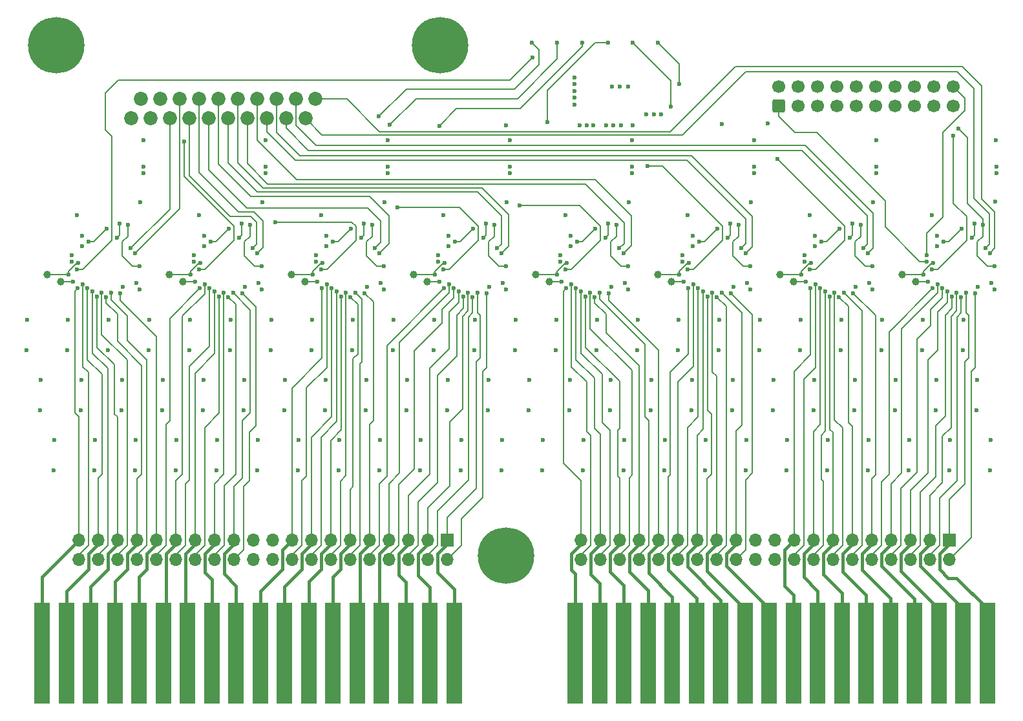
<source format=gbl>
G04 #@! TF.GenerationSoftware,KiCad,Pcbnew,8.0.4-rc2*
G04 #@! TF.CreationDate,2024-08-04T20:31:53-05:00*
G04 #@! TF.ProjectId,backplane_tracer_v5,6261636b-706c-4616-9e65-5f7472616365,rev?*
G04 #@! TF.SameCoordinates,Original*
G04 #@! TF.FileFunction,Copper,L4,Bot*
G04 #@! TF.FilePolarity,Positive*
%FSLAX46Y46*%
G04 Gerber Fmt 4.6, Leading zero omitted, Abs format (unit mm)*
G04 Created by KiCad (PCBNEW 8.0.4-rc2) date 2024-08-04 20:31:53*
%MOMM*%
%LPD*%
G01*
G04 APERTURE LIST*
G04 Aperture macros list*
%AMRoundRect*
0 Rectangle with rounded corners*
0 $1 Rounding radius*
0 $2 $3 $4 $5 $6 $7 $8 $9 X,Y pos of 4 corners*
0 Add a 4 corners polygon primitive as box body*
4,1,4,$2,$3,$4,$5,$6,$7,$8,$9,$2,$3,0*
0 Add four circle primitives for the rounded corners*
1,1,$1+$1,$2,$3*
1,1,$1+$1,$4,$5*
1,1,$1+$1,$6,$7*
1,1,$1+$1,$8,$9*
0 Add four rect primitives between the rounded corners*
20,1,$1+$1,$2,$3,$4,$5,0*
20,1,$1+$1,$4,$5,$6,$7,0*
20,1,$1+$1,$6,$7,$8,$9,0*
20,1,$1+$1,$8,$9,$2,$3,0*%
G04 Aperture macros list end*
G04 #@! TA.AperFunction,ComponentPad*
%ADD10C,0.800000*%
G04 #@! TD*
G04 #@! TA.AperFunction,ComponentPad*
%ADD11C,7.400000*%
G04 #@! TD*
G04 #@! TA.AperFunction,ComponentPad*
%ADD12R,1.700000X1.700000*%
G04 #@! TD*
G04 #@! TA.AperFunction,ComponentPad*
%ADD13O,1.700000X1.700000*%
G04 #@! TD*
G04 #@! TA.AperFunction,ConnectorPad*
%ADD14R,2.032000X13.208000*%
G04 #@! TD*
G04 #@! TA.AperFunction,ComponentPad*
%ADD15C,1.850000*%
G04 #@! TD*
G04 #@! TA.AperFunction,ComponentPad*
%ADD16RoundRect,0.250000X0.600000X-0.600000X0.600000X0.600000X-0.600000X0.600000X-0.600000X-0.600000X0*%
G04 #@! TD*
G04 #@! TA.AperFunction,ComponentPad*
%ADD17C,1.700000*%
G04 #@! TD*
G04 #@! TA.AperFunction,SMDPad,CuDef*
%ADD18C,1.000000*%
G04 #@! TD*
G04 #@! TA.AperFunction,ViaPad*
%ADD19C,0.600000*%
G04 #@! TD*
G04 #@! TA.AperFunction,Conductor*
%ADD20C,0.200000*%
G04 #@! TD*
G04 #@! TA.AperFunction,Conductor*
%ADD21C,0.431800*%
G04 #@! TD*
G04 APERTURE END LIST*
D10*
X150082200Y-141249400D03*
X150894979Y-139287179D03*
X150894979Y-143211621D03*
X152857200Y-138474400D03*
D11*
X152857200Y-141249400D03*
D10*
X152857200Y-144024400D03*
X154819421Y-139287179D03*
X154819421Y-143211621D03*
X155632200Y-141249400D03*
D12*
X153797000Y-206146400D03*
D13*
X153797000Y-208686400D03*
X151257000Y-206146400D03*
X151257000Y-208686400D03*
X148717000Y-206146400D03*
X148717000Y-208686400D03*
X146177000Y-206146400D03*
X146177000Y-208686400D03*
X143637000Y-206146400D03*
X143637000Y-208686400D03*
X141097000Y-206146400D03*
X141097000Y-208686400D03*
X138557000Y-206146400D03*
X138557000Y-208686400D03*
X136017000Y-206146400D03*
X136017000Y-208686400D03*
X133477000Y-206146400D03*
X133477000Y-208686400D03*
X130937000Y-206146400D03*
X130937000Y-208686400D03*
X128397000Y-206146400D03*
X128397000Y-208686400D03*
X125857000Y-206146400D03*
X125857000Y-208686400D03*
X123317000Y-206146400D03*
X123317000Y-208686400D03*
X120777000Y-206146400D03*
X120777000Y-208686400D03*
X118237000Y-206146400D03*
X118237000Y-208686400D03*
X115697000Y-206146400D03*
X115697000Y-208686400D03*
X113157000Y-206146400D03*
X113157000Y-208686400D03*
X110617000Y-206146400D03*
X110617000Y-208686400D03*
X108077000Y-206146400D03*
X108077000Y-208686400D03*
X105537000Y-206146400D03*
X105537000Y-208686400D03*
D14*
X224586800Y-220980000D03*
X221411800Y-220980000D03*
X218236800Y-220980000D03*
X215061800Y-220980000D03*
X211886800Y-220980000D03*
X208711800Y-220980000D03*
X205536800Y-220980000D03*
X202361800Y-220980000D03*
X199186800Y-220980000D03*
X196011800Y-220980000D03*
X192836800Y-220980000D03*
X189661800Y-220980000D03*
X186486800Y-220980000D03*
X183311800Y-220980000D03*
X180136800Y-220980000D03*
X176961800Y-220980000D03*
X173786800Y-220980000D03*
X170611800Y-220980000D03*
X154736800Y-220980000D03*
X151561800Y-220980000D03*
X148386800Y-220980000D03*
X145211800Y-220980000D03*
X142036800Y-220980000D03*
X138861800Y-220980000D03*
X135686800Y-220980000D03*
X132511800Y-220980000D03*
X129336800Y-220980000D03*
X126161800Y-220980000D03*
X122986800Y-220980000D03*
X119811800Y-220980000D03*
X116636800Y-220980000D03*
X113461800Y-220980000D03*
X110286800Y-220980000D03*
X107111800Y-220980000D03*
X103936800Y-220980000D03*
X100761800Y-220980000D03*
D10*
X158743600Y-208153000D03*
X159556379Y-206190779D03*
X159556379Y-210115221D03*
X161518600Y-205378000D03*
D11*
X161518600Y-208153000D03*
D10*
X161518600Y-210928000D03*
X163480821Y-206190779D03*
X163480821Y-210115221D03*
X164293600Y-208153000D03*
X99790200Y-141249400D03*
X100602979Y-139287179D03*
X100602979Y-143211621D03*
X102565200Y-138474400D03*
D11*
X102565200Y-141249400D03*
D10*
X102565200Y-144024400D03*
X104527421Y-139287179D03*
X104527421Y-143211621D03*
X105340200Y-141249400D03*
D12*
X219583000Y-206146400D03*
D13*
X219583000Y-208686400D03*
X217043000Y-206146400D03*
X217043000Y-208686400D03*
X214503000Y-206146400D03*
X214503000Y-208686400D03*
X211963000Y-206146400D03*
X211963000Y-208686400D03*
X209423000Y-206146400D03*
X209423000Y-208686400D03*
X206883000Y-206146400D03*
X206883000Y-208686400D03*
X204343000Y-206146400D03*
X204343000Y-208686400D03*
X201803000Y-206146400D03*
X201803000Y-208686400D03*
X199263000Y-206146400D03*
X199263000Y-208686400D03*
X196723000Y-206146400D03*
X196723000Y-208686400D03*
X194183000Y-206146400D03*
X194183000Y-208686400D03*
X191643000Y-206146400D03*
X191643000Y-208686400D03*
X189103000Y-206146400D03*
X189103000Y-208686400D03*
X186563000Y-206146400D03*
X186563000Y-208686400D03*
X184023000Y-206146400D03*
X184023000Y-208686400D03*
X181483000Y-206146400D03*
X181483000Y-208686400D03*
X178943000Y-206146400D03*
X178943000Y-208686400D03*
X176403000Y-206146400D03*
X176403000Y-208686400D03*
X173863000Y-206146400D03*
X173863000Y-208686400D03*
X171323000Y-206146400D03*
X171323000Y-208686400D03*
D15*
X136525000Y-148336000D03*
X135255000Y-150876000D03*
X133985000Y-148336000D03*
X132715000Y-150876000D03*
X131445000Y-148336000D03*
X130175000Y-150876000D03*
X128905000Y-148336000D03*
X127635000Y-150876000D03*
X126365000Y-148336000D03*
X125095000Y-150876000D03*
X123825000Y-148336000D03*
X122555000Y-150876000D03*
X121285000Y-148336000D03*
X120015000Y-150876000D03*
X118745000Y-148336000D03*
X117475000Y-150876000D03*
X116205000Y-148336000D03*
X114935000Y-150876000D03*
X113665000Y-148336000D03*
X112395000Y-150876000D03*
D16*
X197231000Y-149258300D03*
D17*
X197231000Y-146718300D03*
X199771000Y-149258300D03*
X199771000Y-146718300D03*
X202311000Y-149258300D03*
X202311000Y-146718300D03*
X204851000Y-149258300D03*
X204851000Y-146718300D03*
X207391000Y-149258300D03*
X207391000Y-146718300D03*
X209931000Y-149258300D03*
X209931000Y-146718300D03*
X212471000Y-149258300D03*
X212471000Y-146718300D03*
X215011000Y-149258300D03*
X215011000Y-146718300D03*
X217551000Y-149258300D03*
X217551000Y-146718300D03*
X220091000Y-149258300D03*
X220091000Y-146718300D03*
D18*
X119202200Y-172262800D03*
X133451600Y-171297600D03*
X101447600Y-171297600D03*
X183210200Y-172262800D03*
X167208200Y-172262800D03*
X199212200Y-172262800D03*
X197459600Y-171297600D03*
X215214200Y-172262800D03*
X149453600Y-171297600D03*
X181457600Y-171297600D03*
X135204200Y-172262800D03*
X151206200Y-172262800D03*
X103200200Y-172262800D03*
X165455600Y-171297600D03*
X213461600Y-171297600D03*
X117449600Y-171297600D03*
D19*
X162077400Y-158038800D03*
X109397800Y-181229000D03*
X192963800Y-196977000D03*
X175298296Y-172961989D03*
X205409800Y-181229000D03*
X175183800Y-189103000D03*
X212521800Y-189103000D03*
X121996200Y-166243000D03*
X198297800Y-196977000D03*
X152069800Y-181229000D03*
X154000200Y-166243000D03*
X225780600Y-158038800D03*
X191185800Y-189103000D03*
X121285000Y-163576000D03*
X132511800Y-189103000D03*
X120065800Y-181229000D03*
X105994200Y-166243000D03*
X203631800Y-196977000D03*
X150291800Y-196977000D03*
X146075400Y-157149800D03*
X172987200Y-151811000D03*
X223304296Y-172961989D03*
X159296296Y-172961989D03*
X146075400Y-158038800D03*
X191300296Y-172961989D03*
X137845800Y-189103000D03*
X207302296Y-172961989D03*
X180937400Y-150312400D03*
X201853800Y-189103000D03*
X137998200Y-166243000D03*
X202006200Y-166243000D03*
X130733800Y-181229000D03*
X210743800Y-181229000D03*
X179946800Y-150312400D03*
X187629800Y-196977000D03*
X114071400Y-157149800D03*
X134289800Y-196977000D03*
X208965800Y-196977000D03*
X148513800Y-189103000D03*
X104063800Y-181229000D03*
X177533800Y-146705600D03*
X162737800Y-181229000D03*
X127292296Y-172961989D03*
X155625800Y-196977000D03*
X169849800Y-189103000D03*
X184073800Y-181229000D03*
X200075800Y-181229000D03*
X116509800Y-189103000D03*
X128955800Y-196977000D03*
X217297000Y-163576000D03*
X207187800Y-189103000D03*
X107619800Y-196977000D03*
X221411800Y-181229000D03*
X144957800Y-196977000D03*
X178079400Y-157149800D03*
X139623800Y-196977000D03*
X194741800Y-181229000D03*
X164515800Y-189103000D03*
X98729800Y-181229000D03*
X137287000Y-163576000D03*
X127177800Y-189103000D03*
X123621800Y-196977000D03*
X162077400Y-157149800D03*
X111290296Y-172961989D03*
X172123600Y-151811000D03*
X153289000Y-163576000D03*
X189814300Y-151587200D03*
X118287800Y-196977000D03*
X114731800Y-181229000D03*
X153847800Y-189103000D03*
X143294296Y-172961989D03*
X121843800Y-189103000D03*
X219633800Y-196977000D03*
X136067800Y-181229000D03*
X102285800Y-196977000D03*
X166293800Y-196977000D03*
X194081400Y-157149800D03*
X224967800Y-196977000D03*
X178079400Y-158038800D03*
X189407800Y-181229000D03*
X100507800Y-189103000D03*
X171209200Y-151811000D03*
X157403800Y-181229000D03*
X216077800Y-181229000D03*
X185293000Y-163576000D03*
X196519800Y-189103000D03*
X105841800Y-189103000D03*
X125399800Y-181229000D03*
X141401800Y-181229000D03*
X114071400Y-158038800D03*
X173405800Y-181229000D03*
X130073400Y-157149800D03*
X210083400Y-157149800D03*
X186004200Y-166243000D03*
X159181800Y-189103000D03*
X105283000Y-163576000D03*
X223189800Y-189103000D03*
X175425600Y-146705600D03*
X201295000Y-163576000D03*
X214299800Y-196977000D03*
X182295800Y-196977000D03*
X170002200Y-166243000D03*
X130073400Y-158038800D03*
X185851800Y-189103000D03*
X169291000Y-163576000D03*
X176961800Y-196977000D03*
X181877200Y-150312400D03*
X176416200Y-146705600D03*
X194081400Y-158038800D03*
X112953800Y-196977000D03*
X146735800Y-181229000D03*
X218008200Y-166243000D03*
X210083400Y-158038800D03*
X143179800Y-189103000D03*
X178739800Y-181229000D03*
X168071800Y-181229000D03*
X217855800Y-189103000D03*
X225780600Y-157149800D03*
X171627800Y-196977000D03*
X160959800Y-196977000D03*
X111175800Y-189103000D03*
X180517800Y-189103000D03*
X161658300Y-161810700D03*
X178092600Y-151760200D03*
X130073400Y-153695400D03*
X195859400Y-151536400D03*
X209664300Y-161810700D03*
X193662300Y-161810700D03*
X210083400Y-153695400D03*
X225704400Y-153695400D03*
X129654300Y-161810700D03*
X145656300Y-161810700D03*
X106019600Y-167563800D03*
X161518600Y-151739600D03*
X170027600Y-167563800D03*
X202031600Y-167563800D03*
X138023600Y-167563800D03*
X177660300Y-161810700D03*
X175628800Y-151760200D03*
X218033600Y-167563800D03*
X113652300Y-161810700D03*
X162077400Y-153695400D03*
X114071400Y-153695400D03*
X176644800Y-151760200D03*
X225615500Y-161759900D03*
X178079400Y-153695400D03*
X122021600Y-167563800D03*
X146075400Y-153695400D03*
X154025600Y-167563800D03*
X194081400Y-153695400D03*
X186029600Y-167563800D03*
X174689000Y-151760200D03*
X170510100Y-149047200D03*
X170510100Y-148158200D03*
X170510100Y-146380200D03*
X170510100Y-147269200D03*
X170510100Y-145491200D03*
X185953400Y-185166000D03*
X196621400Y-185166000D03*
X116611400Y-185166000D03*
X209067400Y-193040000D03*
X159283400Y-185166000D03*
X152095200Y-177292000D03*
X191287400Y-185166000D03*
X214401400Y-193040000D03*
X221437200Y-177292000D03*
X137947400Y-185166000D03*
X171729400Y-193040000D03*
X123723400Y-193040000D03*
X153949400Y-185166000D03*
X198399400Y-193040000D03*
X203733400Y-193040000D03*
X184099200Y-177292000D03*
X194767200Y-177292000D03*
X109423200Y-177292000D03*
X216103200Y-177292000D03*
X111277400Y-185166000D03*
X225069400Y-193040000D03*
X120091200Y-177292000D03*
X114757200Y-177292000D03*
X207289400Y-185166000D03*
X157429200Y-177292000D03*
X223291400Y-185166000D03*
X200101200Y-177292000D03*
X173431200Y-177292000D03*
X187731400Y-193040000D03*
X201955400Y-185166000D03*
X217957400Y-185166000D03*
X148615400Y-185166000D03*
X161061400Y-193040000D03*
X113055400Y-193040000D03*
X134391400Y-193040000D03*
X132613400Y-185166000D03*
X210769200Y-177292000D03*
X150393400Y-193040000D03*
X145059400Y-193040000D03*
X127279400Y-185166000D03*
X219735400Y-193040000D03*
X143281400Y-185166000D03*
X130759200Y-177292000D03*
X105943400Y-185166000D03*
X100609400Y-185166000D03*
X212623400Y-185166000D03*
X168097200Y-177292000D03*
X98755200Y-177292000D03*
X155727400Y-193040000D03*
X193065400Y-193040000D03*
X178765200Y-177292000D03*
X107721400Y-193040000D03*
X182397400Y-193040000D03*
X129057400Y-193040000D03*
X118389400Y-193040000D03*
X189433200Y-177292000D03*
X104089200Y-177292000D03*
X205435200Y-177292000D03*
X175285400Y-185166000D03*
X121945400Y-185166000D03*
X146761200Y-177292000D03*
X166395400Y-193040000D03*
X180619400Y-185166000D03*
X164617400Y-185166000D03*
X169951400Y-185166000D03*
X162763200Y-177292000D03*
X141427200Y-177292000D03*
X177063400Y-193040000D03*
X139725400Y-193040000D03*
X125425200Y-177292000D03*
X102387400Y-193040000D03*
X136093200Y-177292000D03*
X217306699Y-170646899D03*
X220141800Y-153136600D03*
X184226200Y-146354800D03*
X201304699Y-170646899D03*
X181457500Y-140970000D03*
X197053200Y-156159200D03*
X178155500Y-140970000D03*
X180111400Y-157124400D03*
X183083200Y-149352000D03*
X185302699Y-170646899D03*
X166979600Y-151307800D03*
X163347400Y-162306000D03*
X174878900Y-140944500D03*
X169300699Y-170646899D03*
X147294600Y-162534600D03*
X153298699Y-170646899D03*
X171551500Y-140970000D03*
X152781000Y-151841200D03*
X131318000Y-164439600D03*
X146304000Y-151714200D03*
X137296699Y-170646899D03*
X168249500Y-140970000D03*
X144856200Y-150622000D03*
X164947500Y-140970000D03*
X121294699Y-170646899D03*
X119380000Y-153898600D03*
X165023700Y-142875000D03*
X105292699Y-170646899D03*
X216627000Y-168808400D03*
X216636753Y-169608343D03*
X112356900Y-167881300D03*
X128358900Y-167881300D03*
X176364900Y-167881300D03*
X224370900Y-167881300D03*
X208915000Y-168529000D03*
X112903000Y-168529000D03*
X160909000Y-168529000D03*
X192913000Y-168529000D03*
X224917000Y-168529000D03*
X176911000Y-168529000D03*
X208368900Y-167881300D03*
X128905000Y-168529000D03*
X160362900Y-167881300D03*
X192366900Y-167881300D03*
X144360900Y-167881300D03*
X144907000Y-168529000D03*
X216839800Y-172262800D03*
X184835800Y-172262800D03*
X105460800Y-169773600D03*
X104216565Y-171307200D03*
X121462800Y-169773600D03*
X120218565Y-171307200D03*
X201472800Y-169773600D03*
X200228565Y-171307200D03*
X168833800Y-172262800D03*
X136220565Y-171307200D03*
X137464800Y-169773600D03*
X120827800Y-172262800D03*
X136829800Y-172262800D03*
X152222565Y-171307200D03*
X153466800Y-169773600D03*
X104825800Y-172262800D03*
X200837800Y-172262800D03*
X152831800Y-172262800D03*
X184226565Y-171307200D03*
X185470800Y-169773600D03*
X217474800Y-169773600D03*
X216230565Y-171307200D03*
X169468800Y-169773600D03*
X168224565Y-171307200D03*
X157170572Y-174294800D03*
X109164572Y-174294800D03*
X205176572Y-174294800D03*
X189174572Y-174294800D03*
X141168572Y-174294800D03*
X140565188Y-173669366D03*
X188571188Y-173669366D03*
X220575188Y-173669366D03*
X172569188Y-173669366D03*
X156567188Y-173669366D03*
X173172572Y-174294800D03*
X124563188Y-173669366D03*
X125166572Y-174294800D03*
X108561188Y-173669366D03*
X204573188Y-173669366D03*
X221178572Y-174294800D03*
X202075707Y-172605788D03*
X201447400Y-173101000D03*
X170697600Y-173104044D03*
X203373188Y-173565869D03*
X170071707Y-172605788D03*
X217449400Y-173101000D03*
X187971188Y-174198515D03*
X222995229Y-173759755D03*
X186073707Y-172605788D03*
X171369188Y-173565869D03*
X171969188Y-174198515D03*
X186699600Y-173104044D03*
X218077707Y-172605788D03*
X169443400Y-173101000D03*
X189774572Y-173717432D03*
X218703600Y-173104044D03*
X221778572Y-173717432D03*
X202701600Y-173104044D03*
X205776572Y-173717432D03*
X187371188Y-173565869D03*
X185445400Y-173101000D03*
X173772572Y-173717432D03*
X174989229Y-173759755D03*
X190991229Y-173759755D03*
X219975188Y-174198515D03*
X219375188Y-173565869D03*
X206993229Y-173759755D03*
X203973188Y-174198515D03*
X123363188Y-173565869D03*
X106689600Y-173104044D03*
X138067707Y-172605788D03*
X142985229Y-173759755D03*
X107361188Y-173565869D03*
X155967188Y-174198515D03*
X105435400Y-173101000D03*
X107961188Y-174198515D03*
X125766572Y-173717432D03*
X154069707Y-172605788D03*
X154695600Y-173104044D03*
X139965188Y-174198515D03*
X158987229Y-173759755D03*
X106063707Y-172605788D03*
X126983229Y-173759755D03*
X155367188Y-173565869D03*
X122691600Y-173104044D03*
X141768572Y-173717432D03*
X109764572Y-173717432D03*
X110981229Y-173759755D03*
X157770572Y-173717432D03*
X122065707Y-172605788D03*
X123963188Y-174198515D03*
X137439400Y-173101000D03*
X153441400Y-173101000D03*
X121437400Y-173101000D03*
X139365188Y-173565869D03*
X138693600Y-173104044D03*
X222605600Y-166522400D03*
X222923100Y-164630100D03*
X209550000Y-170205400D03*
X208000600Y-164769800D03*
X206921100Y-164630100D03*
X206603600Y-166522400D03*
X193548000Y-170205400D03*
X191998600Y-164769800D03*
X190919100Y-164630100D03*
X190601600Y-166522400D03*
X177546000Y-170205400D03*
X175996600Y-164769800D03*
X174599600Y-166522400D03*
X174917100Y-164630100D03*
X209143600Y-172466000D03*
X225564700Y-173291500D03*
X161544000Y-170205400D03*
X159994600Y-164769800D03*
X225145600Y-172466000D03*
X113550700Y-173291500D03*
X145542000Y-170205400D03*
X143992600Y-164769800D03*
X142595600Y-166522400D03*
X142913100Y-164630100D03*
X127990600Y-164769800D03*
X129540000Y-170205400D03*
X126911100Y-164630100D03*
X126593600Y-166522400D03*
X200625000Y-168808400D03*
X110591600Y-166522400D03*
X110909100Y-164630100D03*
X158597600Y-166522400D03*
X158915100Y-164630100D03*
X209562700Y-173291500D03*
X193141600Y-172466000D03*
X200634753Y-169608343D03*
X184632753Y-169608343D03*
X193560700Y-173291500D03*
X177139600Y-172466000D03*
X184623000Y-168808400D03*
X177558700Y-173291500D03*
X161137600Y-172466000D03*
X168621000Y-168808400D03*
X168630753Y-169608343D03*
X152619000Y-168808400D03*
X161556700Y-173291500D03*
X145135600Y-172466000D03*
X152628753Y-169608343D03*
X145554700Y-173291500D03*
X129133600Y-172466000D03*
X136626753Y-169608343D03*
X136617000Y-168808400D03*
X120615000Y-168808400D03*
X113131600Y-172466000D03*
X129552700Y-173291500D03*
X225552000Y-170205400D03*
X224002600Y-164769800D03*
X220802200Y-152171400D03*
X113538000Y-170205400D03*
X111988600Y-164769800D03*
X221183200Y-165328600D03*
X218821000Y-167005000D03*
X202819000Y-167005000D03*
X205181200Y-165328600D03*
X189179200Y-165328600D03*
X186817000Y-167005000D03*
X173177200Y-165328600D03*
X170815000Y-167005000D03*
X157175200Y-165328600D03*
X154813000Y-167005000D03*
X138811000Y-167005000D03*
X141173200Y-165328600D03*
X122809000Y-167005000D03*
X125171200Y-165328600D03*
X106807000Y-167005000D03*
X109169200Y-165328600D03*
X120624753Y-169608343D03*
X104613000Y-168808400D03*
X104622753Y-169608343D03*
D20*
X217306699Y-170646899D02*
X218049301Y-170646899D01*
X221869000Y-163728400D02*
X221869000Y-164973000D01*
X220141800Y-162001200D02*
X221869000Y-163728400D01*
X220141800Y-153136600D02*
X220141800Y-162001200D01*
X218049301Y-170646899D02*
X221869000Y-166827200D01*
X221869000Y-166827200D02*
X221869000Y-164973000D01*
X184226200Y-143738700D02*
X181457500Y-140970000D01*
X205867000Y-166827200D02*
X205867000Y-164973000D01*
X202047301Y-170646899D02*
X205867000Y-166827200D01*
X201304699Y-170646899D02*
X202047301Y-170646899D01*
X184226200Y-146354800D02*
X184226200Y-143738700D01*
X205867000Y-164973000D02*
X197053200Y-156159200D01*
X183083200Y-145897700D02*
X178155500Y-140970000D01*
X189865000Y-166827200D02*
X189865000Y-164973000D01*
X183083200Y-149352000D02*
X183083200Y-145897700D01*
X189865000Y-164973000D02*
X182016400Y-157124400D01*
X185302699Y-170646899D02*
X186045301Y-170646899D01*
X182016400Y-157124400D02*
X180111400Y-157124400D01*
X186045301Y-170646899D02*
X189865000Y-166827200D01*
X166979600Y-147218400D02*
X173253500Y-140944500D01*
X163347400Y-162306000D02*
X171196000Y-162306000D01*
X173253500Y-140944500D02*
X174878900Y-140944500D01*
X171196000Y-162306000D02*
X173863000Y-164973000D01*
X169300699Y-170646899D02*
X170043301Y-170646899D01*
X166979600Y-151307800D02*
X166979600Y-147218400D01*
X173863000Y-166827200D02*
X173863000Y-164973000D01*
X170043301Y-170646899D02*
X173863000Y-166827200D01*
X152781000Y-151841200D02*
X155041600Y-149580600D01*
X157861000Y-164973000D02*
X155422600Y-162534600D01*
X155422600Y-162534600D02*
X147294600Y-162534600D01*
X153298699Y-170646899D02*
X154041301Y-170646899D01*
X171551500Y-141452700D02*
X171551500Y-140970000D01*
X163423600Y-149580600D02*
X171551500Y-141452700D01*
X157861000Y-166827200D02*
X157861000Y-164973000D01*
X154041301Y-170646899D02*
X157861000Y-166827200D01*
X155041600Y-149580600D02*
X163423600Y-149580600D01*
X137296699Y-170646899D02*
X138039301Y-170646899D01*
X163042600Y-148285200D02*
X168249500Y-143078300D01*
X146304000Y-151714200D02*
X149733000Y-148285200D01*
X141325600Y-164439600D02*
X131318000Y-164439600D01*
X138039301Y-170646899D02*
X141859000Y-166827200D01*
X149733000Y-148285200D02*
X163042600Y-148285200D01*
X141859000Y-164973000D02*
X141325600Y-164439600D01*
X168249500Y-143078300D02*
X168249500Y-140970000D01*
X141859000Y-166827200D02*
X141859000Y-164973000D01*
X121294699Y-170646899D02*
X122037301Y-170646899D01*
X119380000Y-158496000D02*
X119380000Y-153898600D01*
X162661600Y-147015200D02*
X165862000Y-143814800D01*
X144856200Y-150622000D02*
X148463000Y-147015200D01*
X148463000Y-147015200D02*
X162661600Y-147015200D01*
X125857000Y-164973000D02*
X119380000Y-158496000D01*
X122037301Y-170646899D02*
X125857000Y-166827200D01*
X125857000Y-166827200D02*
X125857000Y-164973000D01*
X165862000Y-141884500D02*
X164947500Y-140970000D01*
X165862000Y-143814800D02*
X165862000Y-141884500D01*
X109042200Y-147548600D02*
X110744000Y-145846800D01*
X110744000Y-145846800D02*
X162051900Y-145846800D01*
X109042200Y-152400000D02*
X109042200Y-147548600D01*
X106035301Y-170646899D02*
X109855000Y-166827200D01*
X109855000Y-153212800D02*
X109042200Y-152400000D01*
X109855000Y-166827200D02*
X109855000Y-164973000D01*
X105292699Y-170646899D02*
X106035301Y-170646899D01*
X109855000Y-164973000D02*
X109855000Y-153212800D01*
X162051900Y-145846800D02*
X165023700Y-142875000D01*
X216627000Y-168808400D02*
X216627000Y-165897000D01*
X218770200Y-152704800D02*
X221615000Y-149860000D01*
X221615000Y-148242300D02*
X220091000Y-146718300D01*
X218770200Y-163753800D02*
X218770200Y-152704800D01*
X216627000Y-165897000D02*
X218770200Y-163753800D01*
X221615000Y-149860000D02*
X221615000Y-148242300D01*
X202260200Y-152704800D02*
X199390000Y-152704800D01*
X211226400Y-165074600D02*
X211226400Y-161671000D01*
X215760143Y-169608343D02*
X211226400Y-165074600D01*
X216636753Y-169608343D02*
X215760143Y-169608343D01*
X211226400Y-161671000D02*
X202260200Y-152704800D01*
X199390000Y-152704800D02*
X197231000Y-150545800D01*
X197231000Y-150545800D02*
X197231000Y-149258300D01*
X117475000Y-162763200D02*
X117475000Y-150876000D01*
X112356900Y-167881300D02*
X117475000Y-162763200D01*
X128854200Y-164465000D02*
X128828800Y-164465000D01*
X128358900Y-167881300D02*
X128854200Y-167386000D01*
X128066800Y-163703000D02*
X125374400Y-163703000D01*
X125374400Y-163703000D02*
X120015000Y-158343600D01*
X120015000Y-158343600D02*
X120015000Y-150876000D01*
X128828800Y-164465000D02*
X128066800Y-163703000D01*
X128854200Y-167386000D02*
X128854200Y-164465000D01*
X127635000Y-156743400D02*
X127635000Y-150876000D01*
X130327400Y-159435800D02*
X127635000Y-156743400D01*
X176987200Y-167259000D02*
X176987200Y-164515800D01*
X176987200Y-164515800D02*
X171907200Y-159435800D01*
X171907200Y-159435800D02*
X130327400Y-159435800D01*
X176364900Y-167881300D02*
X176987200Y-167259000D01*
X224866200Y-163372800D02*
X224866200Y-167386000D01*
X222834200Y-161340800D02*
X224866200Y-163372800D01*
X137414000Y-153035000D02*
X184658000Y-153035000D01*
X220649800Y-144729200D02*
X222834200Y-146913600D01*
X224866200Y-167386000D02*
X224370900Y-167881300D01*
X184658000Y-153035000D02*
X192963800Y-144729200D01*
X222834200Y-146913600D02*
X222834200Y-161340800D01*
X192963800Y-144729200D02*
X220649800Y-144729200D01*
X135255000Y-150876000D02*
X137414000Y-153035000D01*
X200761600Y-154432000D02*
X136677400Y-154432000D01*
X136677400Y-154432000D02*
X133985000Y-151739600D01*
X209626200Y-167817800D02*
X209626200Y-163296600D01*
X133985000Y-151739600D02*
X133985000Y-148336000D01*
X209626200Y-163296600D02*
X200761600Y-154432000D01*
X208915000Y-168529000D02*
X209626200Y-167817800D01*
X118745000Y-162687000D02*
X118745000Y-148336000D01*
X112903000Y-168529000D02*
X118745000Y-162687000D01*
X161874200Y-163449000D02*
X158394400Y-159969200D01*
X160909000Y-168529000D02*
X161874200Y-167563800D01*
X126365000Y-156667200D02*
X126365000Y-148336000D01*
X158394400Y-159969200D02*
X129667000Y-159969200D01*
X161874200Y-167563800D02*
X161874200Y-163449000D01*
X129667000Y-159969200D02*
X126365000Y-156667200D01*
X193776600Y-163677600D02*
X185851800Y-155752800D01*
X185851800Y-155752800D02*
X134518400Y-155752800D01*
X192913000Y-168529000D02*
X193776600Y-167665400D01*
X131445000Y-152679400D02*
X131445000Y-148336000D01*
X193776600Y-167665400D02*
X193776600Y-163677600D01*
X134518400Y-155752800D02*
X131445000Y-152679400D01*
X140665200Y-148336000D02*
X136525000Y-148336000D01*
X225577400Y-163144200D02*
X223824800Y-161391600D01*
X221310200Y-144068800D02*
X191566800Y-144068800D01*
X224917000Y-168529000D02*
X225577400Y-167868600D01*
X144907000Y-152577800D02*
X140665200Y-148336000D01*
X223824800Y-161391600D02*
X223824800Y-146583400D01*
X191566800Y-144068800D02*
X183057800Y-152577800D01*
X183057800Y-152577800D02*
X144907000Y-152577800D01*
X225577400Y-167868600D02*
X225577400Y-163144200D01*
X223824800Y-146583400D02*
X221310200Y-144068800D01*
X177952400Y-167487600D02*
X177952400Y-163626800D01*
X176911000Y-168529000D02*
X177952400Y-167487600D01*
X128905000Y-153746200D02*
X128905000Y-148336000D01*
X177952400Y-163626800D02*
X173228000Y-158902400D01*
X173228000Y-158902400D02*
X134061200Y-158902400D01*
X134061200Y-158902400D02*
X128905000Y-153746200D01*
X208368900Y-167881300D02*
X208864200Y-167386000D01*
X208864200Y-163601400D02*
X200329800Y-155067000D01*
X208864200Y-167386000D02*
X208864200Y-163601400D01*
X135661400Y-155067000D02*
X132715000Y-152120600D01*
X132715000Y-152120600D02*
X132715000Y-150876000D01*
X200329800Y-155067000D02*
X135661400Y-155067000D01*
X126517400Y-163144200D02*
X121285000Y-157911800D01*
X128905000Y-168529000D02*
X129667000Y-167767000D01*
X129667000Y-167767000D02*
X129667000Y-164338000D01*
X128473200Y-163144200D02*
X126517400Y-163144200D01*
X121285000Y-157911800D02*
X121285000Y-148336000D01*
X129667000Y-164338000D02*
X128473200Y-163144200D01*
X125095000Y-156667200D02*
X125095000Y-150876000D01*
X128955800Y-160528000D02*
X125095000Y-156667200D01*
X157810200Y-160528000D02*
X128955800Y-160528000D01*
X160934400Y-163652200D02*
X157810200Y-160528000D01*
X160934400Y-167309800D02*
X160934400Y-163652200D01*
X160362900Y-167881300D02*
X160934400Y-167309800D01*
X192963800Y-167284400D02*
X192963800Y-164033200D01*
X185267600Y-156337000D02*
X133908800Y-156337000D01*
X192963800Y-164033200D02*
X185267600Y-156337000D01*
X130175000Y-152603200D02*
X130175000Y-150876000D01*
X192366900Y-167881300D02*
X192963800Y-167284400D01*
X133908800Y-156337000D02*
X130175000Y-152603200D01*
X127558800Y-162636200D02*
X122555000Y-157632400D01*
X143433800Y-162636200D02*
X127558800Y-162636200D01*
X122555000Y-157632400D02*
X122555000Y-150876000D01*
X145110200Y-164312600D02*
X143433800Y-162636200D01*
X145110200Y-167132000D02*
X145110200Y-164312600D01*
X144360900Y-167881300D02*
X145110200Y-167132000D01*
X146202400Y-167233600D02*
X146202400Y-163626800D01*
X143662400Y-161086800D02*
X128066800Y-161086800D01*
X128066800Y-161086800D02*
X123825000Y-156845000D01*
X146202400Y-163626800D02*
X143662400Y-161086800D01*
X123825000Y-156845000D02*
X123825000Y-148336000D01*
X144907000Y-168529000D02*
X146202400Y-167233600D01*
X216839800Y-172262800D02*
X215214200Y-172262800D01*
X184835800Y-172262800D02*
X183210200Y-172262800D01*
X104216565Y-171307200D02*
X104216565Y-170865435D01*
X104216565Y-170865435D02*
X105308400Y-169773600D01*
X104206965Y-171297600D02*
X101447600Y-171297600D01*
X104216565Y-171307200D02*
X104206965Y-171297600D01*
X105308400Y-169773600D02*
X105460800Y-169773600D01*
X120218565Y-171307200D02*
X120208965Y-171297600D01*
X120208965Y-171297600D02*
X117449600Y-171297600D01*
X120218565Y-171307200D02*
X120218565Y-170865435D01*
X120218565Y-170865435D02*
X121310400Y-169773600D01*
X121310400Y-169773600D02*
X121462800Y-169773600D01*
X201320400Y-169773600D02*
X201472800Y-169773600D01*
X200228565Y-171307200D02*
X200218965Y-171297600D01*
X200228565Y-170865435D02*
X201320400Y-169773600D01*
X200228565Y-171307200D02*
X200228565Y-170865435D01*
X200218965Y-171297600D02*
X197459600Y-171297600D01*
X168833800Y-172262800D02*
X167208200Y-172262800D01*
X136220565Y-171307200D02*
X136210965Y-171297600D01*
X136210965Y-171297600D02*
X133451600Y-171297600D01*
X137312400Y-169773600D02*
X137464800Y-169773600D01*
X136220565Y-170865435D02*
X137312400Y-169773600D01*
X136220565Y-171307200D02*
X136220565Y-170865435D01*
X120827800Y-172262800D02*
X119202200Y-172262800D01*
X136829800Y-172262800D02*
X135204200Y-172262800D01*
X152222565Y-171307200D02*
X152222565Y-170865435D01*
X153314400Y-169773600D02*
X153466800Y-169773600D01*
X152222565Y-171307200D02*
X152212965Y-171297600D01*
X152222565Y-170865435D02*
X153314400Y-169773600D01*
X152212965Y-171297600D02*
X149453600Y-171297600D01*
X104825800Y-172262800D02*
X103200200Y-172262800D01*
X200837800Y-172262800D02*
X199212200Y-172262800D01*
X152831800Y-172262800D02*
X151206200Y-172262800D01*
X185318400Y-169773600D02*
X185470800Y-169773600D01*
X184226565Y-171307200D02*
X184216965Y-171297600D01*
X184216965Y-171297600D02*
X181457600Y-171297600D01*
X184226565Y-170865435D02*
X185318400Y-169773600D01*
X184226565Y-171307200D02*
X184226565Y-170865435D01*
X216230565Y-170865435D02*
X217322400Y-169773600D01*
X216220965Y-171297600D02*
X213461600Y-171297600D01*
X216230565Y-171307200D02*
X216230565Y-170865435D01*
X217322400Y-169773600D02*
X217474800Y-169773600D01*
X216230565Y-171307200D02*
X216220965Y-171297600D01*
X168224565Y-171307200D02*
X168224565Y-170865435D01*
X169316400Y-169773600D02*
X169468800Y-169773600D01*
X168224565Y-170865435D02*
X169316400Y-169773600D01*
X168214965Y-171297600D02*
X165455600Y-171297600D01*
X168224565Y-171307200D02*
X168214965Y-171297600D01*
X156591000Y-176911000D02*
X157170572Y-176331428D01*
X151257000Y-208076800D02*
X151257000Y-208686400D01*
X156591000Y-198247000D02*
X156591000Y-176911000D01*
X152527000Y-206806800D02*
X151257000Y-208076800D01*
X152527000Y-202311000D02*
X156591000Y-198247000D01*
X152527000Y-206806800D02*
X152527000Y-202311000D01*
X157170572Y-176331428D02*
X157170572Y-174294800D01*
X113792000Y-197485000D02*
X113792000Y-183261000D01*
D21*
X110286800Y-211556600D02*
X111887000Y-209956400D01*
X111887000Y-207899000D02*
X113157000Y-206629000D01*
X111887000Y-209956400D02*
X111887000Y-207899000D01*
D20*
X113157000Y-206146400D02*
X113157000Y-198120000D01*
X110617000Y-180086000D02*
X110617000Y-176530000D01*
D21*
X110286800Y-215138000D02*
X110286800Y-211556600D01*
X113157000Y-206629000D02*
X113157000Y-206146400D01*
D20*
X109164572Y-175077572D02*
X109164572Y-174294800D01*
X113157000Y-198120000D02*
X113792000Y-197485000D01*
X113792000Y-183261000D02*
X110617000Y-180086000D01*
X110617000Y-176530000D02*
X109164572Y-175077572D01*
D21*
X206883000Y-206629000D02*
X206883000Y-206146400D01*
D20*
X206375000Y-175493228D02*
X206375000Y-190754000D01*
D21*
X205613000Y-210235800D02*
X205613000Y-207899000D01*
X205613000Y-207899000D02*
X206883000Y-206629000D01*
D20*
X206883000Y-191262000D02*
X206883000Y-206146400D01*
X205176572Y-174294800D02*
X206375000Y-175493228D01*
D21*
X208711800Y-215138000D02*
X208711800Y-213334600D01*
X208711800Y-213334600D02*
X205613000Y-210235800D01*
D20*
X206375000Y-190754000D02*
X206883000Y-191262000D01*
X190373000Y-175493228D02*
X190373000Y-206806800D01*
X190373000Y-206806800D02*
X189103000Y-208076800D01*
X189103000Y-208076800D02*
X189103000Y-208686400D01*
X189174572Y-174294800D02*
X190373000Y-175493228D01*
X141097000Y-206146400D02*
X141097000Y-199517000D01*
D21*
X139827000Y-209956400D02*
X139827000Y-207899000D01*
X141097000Y-206629000D02*
X141097000Y-206146400D01*
D20*
X142113000Y-175239228D02*
X141168572Y-174294800D01*
X142113000Y-181737000D02*
X142113000Y-175239228D01*
X141478000Y-199136000D02*
X141478000Y-182372000D01*
D21*
X139827000Y-207899000D02*
X141097000Y-206629000D01*
X138861800Y-215138000D02*
X138861800Y-210921600D01*
D20*
X141478000Y-182372000D02*
X142113000Y-181737000D01*
X141097000Y-199517000D02*
X141478000Y-199136000D01*
D21*
X138861800Y-210921600D02*
X139827000Y-209956400D01*
D20*
X138557000Y-208076800D02*
X138557000Y-208686400D01*
X139827000Y-206806800D02*
X139827000Y-198437500D01*
X140565188Y-197699312D02*
X140565188Y-173669366D01*
X139827000Y-198437500D02*
X140565188Y-197699312D01*
X139827000Y-206806800D02*
X138557000Y-208076800D01*
D21*
X189103000Y-206629000D02*
X189103000Y-206146400D01*
X192836800Y-215138000D02*
X192760600Y-215138000D01*
X187833000Y-210210400D02*
X187833000Y-207899000D01*
X187833000Y-207899000D02*
X189103000Y-206629000D01*
X192760600Y-215138000D02*
X187833000Y-210210400D01*
D20*
X189103000Y-184658000D02*
X189103000Y-206146400D01*
X188571188Y-184126188D02*
X189103000Y-184658000D01*
X188571188Y-173669366D02*
X188571188Y-184126188D01*
D21*
X221411800Y-215138000D02*
X215773000Y-209499200D01*
D20*
X220575188Y-173669366D02*
X220575188Y-176109312D01*
D21*
X215773000Y-209499200D02*
X215773000Y-207899000D01*
D20*
X218694000Y-192532000D02*
X218694000Y-198628000D01*
D21*
X217043000Y-206629000D02*
X217043000Y-206146400D01*
D20*
X219837000Y-176847500D02*
X219837000Y-191389000D01*
X217043000Y-200279000D02*
X217043000Y-206146400D01*
X220575188Y-176109312D02*
X219837000Y-176847500D01*
X218694000Y-198628000D02*
X217043000Y-200279000D01*
X219837000Y-191389000D02*
X218694000Y-192532000D01*
D21*
X215773000Y-207899000D02*
X217043000Y-206629000D01*
D20*
X177673000Y-197993000D02*
X177673000Y-206806800D01*
X176403000Y-208076800D02*
X176403000Y-208686400D01*
X178054000Y-197612000D02*
X177673000Y-197993000D01*
X178054000Y-183896000D02*
X178054000Y-197612000D01*
X172569188Y-178411188D02*
X178054000Y-183896000D01*
X177673000Y-206806800D02*
X176403000Y-208076800D01*
X172569188Y-173669366D02*
X172569188Y-178411188D01*
X151257000Y-206146400D02*
X151257000Y-201930000D01*
X154178000Y-190627000D02*
X155829000Y-188976000D01*
D21*
X151561800Y-212318600D02*
X149987000Y-210743800D01*
D20*
X155829000Y-176847500D02*
X156567188Y-176109312D01*
X155829000Y-188976000D02*
X155829000Y-176847500D01*
D21*
X149987000Y-207899000D02*
X151257000Y-206629000D01*
X149987000Y-210743800D02*
X149987000Y-207899000D01*
D20*
X151257000Y-201930000D02*
X154178000Y-199009000D01*
X154178000Y-199009000D02*
X154178000Y-190627000D01*
D21*
X151257000Y-206629000D02*
X151257000Y-206146400D01*
X151561800Y-215138000D02*
X151561800Y-212318600D01*
D20*
X156567188Y-176109312D02*
X156567188Y-173669366D01*
D21*
X180136800Y-215138000D02*
X180136800Y-212750400D01*
D20*
X173172572Y-175077572D02*
X174625000Y-176530000D01*
D21*
X178943000Y-206629000D02*
X178943000Y-206146400D01*
D20*
X173172572Y-174294800D02*
X173172572Y-175077572D01*
X174625000Y-178943000D02*
X178943000Y-183261000D01*
D21*
X180136800Y-212750400D02*
X177673000Y-210286600D01*
X177673000Y-210286600D02*
X177673000Y-207899000D01*
D20*
X178943000Y-183261000D02*
X178943000Y-206146400D01*
X174625000Y-176530000D02*
X174625000Y-178943000D01*
D21*
X177673000Y-207899000D02*
X178943000Y-206629000D01*
X122047000Y-207899000D02*
X123317000Y-206629000D01*
D20*
X123317000Y-198755000D02*
X124563188Y-197508812D01*
D21*
X122986800Y-211302600D02*
X122047000Y-210362800D01*
D20*
X124563188Y-197508812D02*
X124563188Y-173669366D01*
D21*
X123317000Y-206629000D02*
X123317000Y-206146400D01*
X122047000Y-210362800D02*
X122047000Y-207899000D01*
D20*
X123317000Y-206146400D02*
X123317000Y-198755000D01*
D21*
X122986800Y-215138000D02*
X122986800Y-211302600D01*
D20*
X124587000Y-206806800D02*
X123317000Y-208076800D01*
X124587000Y-206806800D02*
X124587000Y-199009000D01*
X124587000Y-199009000D02*
X126111000Y-197485000D01*
X126111000Y-197485000D02*
X126111000Y-175239228D01*
X123317000Y-208076800D02*
X123317000Y-208686400D01*
X126111000Y-175239228D02*
X125166572Y-174294800D01*
X111887000Y-206806800D02*
X110617000Y-208076800D01*
X111887000Y-206806800D02*
X111887000Y-182499000D01*
X111887000Y-182499000D02*
X108561188Y-179173188D01*
X110617000Y-208076800D02*
X110617000Y-208686400D01*
X108561188Y-179173188D02*
X108561188Y-173669366D01*
X205613000Y-206806800D02*
X204343000Y-208076800D01*
X204573188Y-173669366D02*
X204573188Y-190349188D01*
X204343000Y-208076800D02*
X204343000Y-208686400D01*
X205613000Y-191389000D02*
X205613000Y-206806800D01*
X204573188Y-190349188D02*
X205613000Y-191389000D01*
X221178572Y-174294800D02*
X221178572Y-176331428D01*
X220599000Y-176911000D02*
X220599000Y-198374000D01*
X218313000Y-200660000D02*
X218313000Y-206806800D01*
X221178572Y-176331428D02*
X220599000Y-176911000D01*
X217043000Y-208076800D02*
X217043000Y-208686400D01*
X220599000Y-198374000D02*
X218313000Y-200660000D01*
X218313000Y-206806800D02*
X217043000Y-208076800D01*
X199263000Y-208076800D02*
X199263000Y-208686400D01*
X202075707Y-183496293D02*
X200533000Y-185039000D01*
X202075707Y-172605788D02*
X202075707Y-183496293D01*
X200533000Y-206806800D02*
X199263000Y-208076800D01*
X200533000Y-185039000D02*
X200533000Y-206806800D01*
D21*
X197993000Y-212140800D02*
X197993000Y-207416400D01*
X199186800Y-215138000D02*
X199186800Y-213334600D01*
D20*
X199263000Y-184023000D02*
X199263000Y-206146400D01*
X201447400Y-181838600D02*
X199263000Y-184023000D01*
X201447400Y-173101000D02*
X201447400Y-181838600D01*
D21*
X199186800Y-213334600D02*
X197993000Y-212140800D01*
X197993000Y-207416400D02*
X199263000Y-206146400D01*
X173786800Y-211785200D02*
X172593000Y-210591400D01*
X172593000Y-210591400D02*
X172593000Y-207899000D01*
X173786800Y-215138000D02*
X173786800Y-211785200D01*
D20*
X173101000Y-184912000D02*
X173101000Y-191516000D01*
X173863000Y-192278000D02*
X173863000Y-206146400D01*
D21*
X172593000Y-207899000D02*
X173863000Y-206629000D01*
D20*
X170697600Y-182508600D02*
X173101000Y-184912000D01*
X173101000Y-191516000D02*
X173863000Y-192278000D01*
X170697600Y-173104044D02*
X170697600Y-182508600D01*
D21*
X173863000Y-206629000D02*
X173863000Y-206146400D01*
D20*
X202819000Y-198137865D02*
X203073000Y-198391865D01*
X203073000Y-198391865D02*
X203073000Y-206806800D01*
X203073000Y-206806800D02*
X201803000Y-208076800D01*
X201803000Y-208076800D02*
X201803000Y-208686400D01*
X203373188Y-191850812D02*
X202819000Y-192405000D01*
X203373188Y-173565869D02*
X203373188Y-191850812D01*
X202819000Y-192405000D02*
X202819000Y-198137865D01*
X170071707Y-183406707D02*
X172085000Y-185420000D01*
X170071707Y-172605788D02*
X170071707Y-183406707D01*
X172593000Y-206806800D02*
X171323000Y-208076800D01*
X172085000Y-185420000D02*
X172085000Y-191897000D01*
X172593000Y-192405000D02*
X172593000Y-206806800D01*
X172085000Y-191897000D02*
X172593000Y-192405000D01*
X171323000Y-208076800D02*
X171323000Y-208686400D01*
X211709000Y-178841400D02*
X211709000Y-197485000D01*
X210693000Y-206806800D02*
X209423000Y-208076800D01*
X209423000Y-208076800D02*
X209423000Y-208686400D01*
X210693000Y-198501000D02*
X210693000Y-206806800D01*
X211709000Y-197485000D02*
X210693000Y-198501000D01*
X217449400Y-173101000D02*
X211709000Y-178841400D01*
X188468000Y-197485000D02*
X187833000Y-198120000D01*
X187971188Y-189114188D02*
X188468000Y-189611000D01*
X188468000Y-189611000D02*
X188468000Y-197485000D01*
X187833000Y-198120000D02*
X187833000Y-206806800D01*
X187971188Y-174198515D02*
X187971188Y-189114188D01*
X186563000Y-208076800D02*
X186563000Y-208686400D01*
X187833000Y-206806800D02*
X186563000Y-208076800D01*
X222995229Y-173759755D02*
X222995229Y-183531771D01*
X222995229Y-183531771D02*
X222504000Y-184023000D01*
X222504000Y-184023000D02*
X222504000Y-205765400D01*
X222504000Y-205765400D02*
X219583000Y-208686400D01*
D21*
X184023000Y-206629000D02*
X184023000Y-206146400D01*
D20*
X186073707Y-172605788D02*
X186073707Y-183369293D01*
X186073707Y-183369293D02*
X184023000Y-185420000D01*
D21*
X186486800Y-215138000D02*
X186486800Y-213741000D01*
D20*
X184023000Y-185420000D02*
X184023000Y-206146400D01*
D21*
X186486800Y-213741000D02*
X182753000Y-210007200D01*
X182753000Y-207899000D02*
X184023000Y-206629000D01*
X182753000Y-210007200D02*
X182753000Y-207899000D01*
D20*
X171369188Y-181656188D02*
X174117000Y-184404000D01*
X174117000Y-184404000D02*
X174117000Y-190754000D01*
X175133000Y-206806800D02*
X173863000Y-208076800D01*
X171369188Y-173565869D02*
X171369188Y-181656188D01*
X173863000Y-208076800D02*
X173863000Y-208686400D01*
X174117000Y-190754000D02*
X175133000Y-191770000D01*
X175133000Y-191770000D02*
X175133000Y-206806800D01*
D21*
X175133000Y-210261200D02*
X175133000Y-207899000D01*
D20*
X176149000Y-191770000D02*
X176149000Y-197739000D01*
X176403000Y-185293000D02*
X176403000Y-191516000D01*
X176403000Y-197993000D02*
X176403000Y-206146400D01*
X171969188Y-174198515D02*
X171969188Y-180859188D01*
X176149000Y-197739000D02*
X176403000Y-197993000D01*
X171969188Y-180859188D02*
X176403000Y-185293000D01*
D21*
X175133000Y-207899000D02*
X176403000Y-206629000D01*
X176403000Y-206629000D02*
X176403000Y-206146400D01*
D20*
X176403000Y-191516000D02*
X176149000Y-191770000D01*
D21*
X176961800Y-212090000D02*
X175133000Y-210261200D01*
X176961800Y-215138000D02*
X176961800Y-212090000D01*
D20*
X185293000Y-206806800D02*
X184023000Y-208076800D01*
X184023000Y-208076800D02*
X184023000Y-208686400D01*
X185293000Y-191389000D02*
X185293000Y-206806800D01*
X186699600Y-173104044D02*
X186699600Y-189982400D01*
X186699600Y-189982400D02*
X185293000Y-191389000D01*
D21*
X215061800Y-213842600D02*
X210693000Y-209473800D01*
D20*
X213360000Y-178435000D02*
X213360000Y-197358000D01*
D21*
X210693000Y-209473800D02*
X210693000Y-207899000D01*
X215061800Y-215138000D02*
X215061800Y-213842600D01*
D20*
X213360000Y-197358000D02*
X211963000Y-198755000D01*
D21*
X210693000Y-207899000D02*
X211963000Y-206629000D01*
X211963000Y-206629000D02*
X211963000Y-206146400D01*
D20*
X218077707Y-172605788D02*
X218077707Y-173717293D01*
X211963000Y-198755000D02*
X211963000Y-206146400D01*
X218077707Y-173717293D02*
X213360000Y-178435000D01*
D21*
X171323000Y-206629000D02*
X171323000Y-206146400D01*
D20*
X171323000Y-198374000D02*
X171323000Y-206146400D01*
D21*
X170053000Y-207899000D02*
X171323000Y-206629000D01*
D20*
X169443400Y-173101000D02*
X169037000Y-173507400D01*
X169037000Y-196088000D02*
X171323000Y-198374000D01*
X169037000Y-173507400D02*
X169037000Y-196088000D01*
D21*
X170611800Y-210540600D02*
X170053000Y-209981800D01*
X170611800Y-215138000D02*
X170611800Y-210540600D01*
X170053000Y-209981800D02*
X170053000Y-207899000D01*
D20*
X192405000Y-191053636D02*
X191643000Y-191815636D01*
D21*
X191643000Y-206629000D02*
X191643000Y-206146400D01*
D20*
X189774572Y-173717432D02*
X192405000Y-176347860D01*
D21*
X190373000Y-209499200D02*
X190373000Y-207899000D01*
X190373000Y-207899000D02*
X191643000Y-206629000D01*
D20*
X191643000Y-191815636D02*
X191643000Y-206146400D01*
X192405000Y-176347860D02*
X192405000Y-191053636D01*
D21*
X196011800Y-215138000D02*
X190373000Y-209499200D01*
D20*
X213233000Y-206806800D02*
X211963000Y-208076800D01*
X215392000Y-197231000D02*
X213233000Y-199390000D01*
X211963000Y-208076800D02*
X211963000Y-208686400D01*
X217170000Y-178054000D02*
X215392000Y-179832000D01*
X218703600Y-174361400D02*
X217170000Y-175895000D01*
X218703600Y-173104044D02*
X218703600Y-174361400D01*
X217170000Y-175895000D02*
X217170000Y-178054000D01*
X215392000Y-179832000D02*
X215392000Y-197231000D01*
X213233000Y-199390000D02*
X213233000Y-206806800D01*
D21*
X218313000Y-207899000D02*
X219583000Y-206629000D01*
D20*
X221615000Y-182753000D02*
X221615000Y-198755000D01*
X221778572Y-173717432D02*
X221778572Y-176312572D01*
X221615000Y-198755000D02*
X219583000Y-200787000D01*
D21*
X220548200Y-211099400D02*
X219456000Y-211099400D01*
D20*
X221778572Y-176312572D02*
X222123000Y-176657000D01*
D21*
X219456000Y-211099400D02*
X218313000Y-209956400D01*
X224586800Y-215138000D02*
X220548200Y-211099400D01*
X218313000Y-209956400D02*
X218313000Y-207899000D01*
D20*
X222123000Y-176657000D02*
X222123000Y-182245000D01*
X222123000Y-182245000D02*
X221615000Y-182753000D01*
X219583000Y-200787000D02*
X219583000Y-206146400D01*
D21*
X219583000Y-206629000D02*
X219583000Y-206146400D01*
X202361800Y-212775800D02*
X200533000Y-210947000D01*
D20*
X201803000Y-191897000D02*
X201803000Y-206146400D01*
D21*
X200533000Y-210947000D02*
X200533000Y-207899000D01*
X200533000Y-207899000D02*
X201803000Y-206629000D01*
D20*
X202701600Y-190998400D02*
X201803000Y-191897000D01*
D21*
X202361800Y-215138000D02*
X202361800Y-212775800D01*
D20*
X202701600Y-173104044D02*
X202701600Y-190998400D01*
D21*
X201803000Y-206629000D02*
X201803000Y-206146400D01*
D20*
X208153000Y-206806800D02*
X206883000Y-208076800D01*
X208153000Y-176093860D02*
X208153000Y-206806800D01*
X206883000Y-208076800D02*
X206883000Y-208686400D01*
X205776572Y-173717432D02*
X208153000Y-176093860D01*
D21*
X189661800Y-215138000D02*
X189661800Y-213995000D01*
D20*
X187371188Y-191596812D02*
X186563000Y-192405000D01*
D21*
X189661800Y-213995000D02*
X185293000Y-209626200D01*
X185293000Y-207899000D02*
X186563000Y-206629000D01*
X186563000Y-206629000D02*
X186563000Y-206146400D01*
X185293000Y-209626200D02*
X185293000Y-207899000D01*
D20*
X187371188Y-173565869D02*
X187371188Y-191596812D01*
X186563000Y-192405000D02*
X186563000Y-206146400D01*
X185445400Y-173101000D02*
X185445400Y-181711600D01*
X185445400Y-181711600D02*
X183007000Y-184150000D01*
X181483000Y-208076800D02*
X181483000Y-208686400D01*
X182753000Y-206806800D02*
X181483000Y-208076800D01*
X182753000Y-197866000D02*
X182753000Y-206806800D01*
X183007000Y-184150000D02*
X183007000Y-197612000D01*
X183007000Y-197612000D02*
X182753000Y-197866000D01*
X178943000Y-208076800D02*
X178943000Y-208686400D01*
X179705000Y-189992000D02*
X180213000Y-190500000D01*
X180213000Y-190500000D02*
X180213000Y-206806800D01*
X173772572Y-174534572D02*
X179705000Y-180467000D01*
X180213000Y-206806800D02*
X178943000Y-208076800D01*
X173772572Y-173717432D02*
X173772572Y-174534572D01*
X179705000Y-180467000D02*
X179705000Y-189992000D01*
D21*
X180213000Y-210464400D02*
X180213000Y-207899000D01*
D20*
X174989229Y-173759755D02*
X174989229Y-174735229D01*
D21*
X183311800Y-213563200D02*
X180213000Y-210464400D01*
D20*
X174989229Y-174735229D02*
X181483000Y-181229000D01*
D21*
X183311800Y-215138000D02*
X183311800Y-213563200D01*
D20*
X181483000Y-181229000D02*
X181483000Y-206146400D01*
D21*
X181483000Y-206629000D02*
X181483000Y-206146400D01*
X180213000Y-207899000D02*
X181483000Y-206629000D01*
D20*
X190991229Y-173759755D02*
X193802000Y-176570526D01*
X193802000Y-176570526D02*
X193802000Y-197358000D01*
X192913000Y-207416400D02*
X191643000Y-208686400D01*
X192913000Y-198247000D02*
X192913000Y-207416400D01*
X193802000Y-197358000D02*
X192913000Y-198247000D01*
X217805000Y-197866000D02*
X215773000Y-199898000D01*
X217805000Y-191135000D02*
X217805000Y-197866000D01*
X219075000Y-176657000D02*
X219075000Y-189865000D01*
X215773000Y-206806800D02*
X214503000Y-208076800D01*
X214503000Y-208076800D02*
X214503000Y-208686400D01*
X219075000Y-189865000D02*
X217805000Y-191135000D01*
X215773000Y-199898000D02*
X215773000Y-206806800D01*
X219975188Y-175756812D02*
X219075000Y-176657000D01*
X219975188Y-174198515D02*
X219975188Y-175756812D01*
X214503000Y-199644000D02*
X214503000Y-206146400D01*
D21*
X213233000Y-207899000D02*
X214503000Y-206629000D01*
D20*
X219375188Y-173565869D02*
X219375188Y-174959812D01*
D21*
X213233000Y-210159600D02*
X213233000Y-207899000D01*
X214503000Y-206629000D02*
X214503000Y-206146400D01*
D20*
X219375188Y-174959812D02*
X218059000Y-176276000D01*
D21*
X218236800Y-215138000D02*
X218211400Y-215138000D01*
D20*
X218059000Y-181229000D02*
X216789000Y-182499000D01*
X216789000Y-182499000D02*
X216789000Y-197358000D01*
D21*
X218211400Y-215138000D02*
X213233000Y-210159600D01*
D20*
X218059000Y-176276000D02*
X218059000Y-181229000D01*
X216789000Y-197358000D02*
X214503000Y-199644000D01*
D21*
X211886800Y-215138000D02*
X211886800Y-213741000D01*
X209423000Y-206629000D02*
X209423000Y-206146400D01*
D20*
X206993229Y-173759755D02*
X209931000Y-176697526D01*
D21*
X208153000Y-207899000D02*
X209423000Y-206629000D01*
D20*
X209931000Y-176697526D02*
X209931000Y-197612000D01*
D21*
X208153000Y-210007200D02*
X208153000Y-207899000D01*
X211886800Y-213741000D02*
X208153000Y-210007200D01*
D20*
X209931000Y-197612000D02*
X209423000Y-198120000D01*
X209423000Y-198120000D02*
X209423000Y-206146400D01*
X203973188Y-191654188D02*
X204343000Y-192024000D01*
D21*
X205536800Y-213106000D02*
X203073000Y-210642200D01*
X203073000Y-207899000D02*
X204343000Y-206629000D01*
X204343000Y-206629000D02*
X204343000Y-206146400D01*
X205536800Y-215138000D02*
X205536800Y-213106000D01*
D20*
X204343000Y-192024000D02*
X204343000Y-206146400D01*
X203973188Y-174198515D02*
X203973188Y-191654188D01*
D21*
X203073000Y-210642200D02*
X203073000Y-207899000D01*
D20*
X120777000Y-184277000D02*
X123363188Y-181690812D01*
X120777000Y-206146400D02*
X120777000Y-184277000D01*
D21*
X120777000Y-206629000D02*
X120777000Y-206146400D01*
D20*
X123363188Y-181690812D02*
X123363188Y-173565869D01*
D21*
X119507000Y-207899000D02*
X120777000Y-206629000D01*
X119811800Y-215138000D02*
X119507000Y-214833200D01*
X119507000Y-214833200D02*
X119507000Y-207899000D01*
X106807000Y-207899000D02*
X108077000Y-206629000D01*
D20*
X106689600Y-173104044D02*
X106689600Y-182508600D01*
D21*
X103936800Y-212826600D02*
X106807000Y-209956400D01*
X108077000Y-206629000D02*
X108077000Y-206146400D01*
D20*
X108585000Y-184404000D02*
X108585000Y-197485000D01*
D21*
X103936800Y-215138000D02*
X103936800Y-212826600D01*
D20*
X108585000Y-197485000D02*
X108077000Y-197993000D01*
X106689600Y-182508600D02*
X108585000Y-184404000D01*
D21*
X106807000Y-209956400D02*
X106807000Y-207899000D01*
D20*
X108077000Y-197993000D02*
X108077000Y-206146400D01*
X134747000Y-198374000D02*
X134747000Y-206806800D01*
X138067707Y-183496293D02*
X135382000Y-186182000D01*
X138067707Y-172605788D02*
X138067707Y-183496293D01*
X133477000Y-208076800D02*
X133477000Y-208686400D01*
X135382000Y-197739000D02*
X134747000Y-198374000D01*
X134747000Y-206806800D02*
X133477000Y-208076800D01*
X135382000Y-186182000D02*
X135382000Y-197739000D01*
X143637000Y-206146400D02*
X143637000Y-191008000D01*
X144145000Y-174919526D02*
X142985229Y-173759755D01*
D21*
X142367000Y-207899000D02*
X143637000Y-206629000D01*
D20*
X144145000Y-190500000D02*
X144145000Y-174919526D01*
D21*
X143637000Y-206629000D02*
X143637000Y-206146400D01*
X142367000Y-214807800D02*
X142367000Y-207899000D01*
X142036800Y-215138000D02*
X142367000Y-214807800D01*
D20*
X143637000Y-191008000D02*
X144145000Y-190500000D01*
X109347000Y-206806800D02*
X108077000Y-208076800D01*
X109347000Y-206806800D02*
X109347000Y-183642000D01*
X108077000Y-208076800D02*
X108077000Y-208686400D01*
X107361188Y-181656188D02*
X107361188Y-173565869D01*
X109347000Y-183642000D02*
X107361188Y-181656188D01*
X149987000Y-206806800D02*
X148717000Y-208076800D01*
X148717000Y-208076800D02*
X148717000Y-208686400D01*
X149987000Y-201168000D02*
X149987000Y-206806800D01*
X155067000Y-176657000D02*
X155067000Y-181991000D01*
X152527000Y-198628000D02*
X149987000Y-201168000D01*
X155067000Y-181991000D02*
X152527000Y-184531000D01*
X155967188Y-174198515D02*
X155967188Y-175756812D01*
X155967188Y-175756812D02*
X155067000Y-176657000D01*
X152527000Y-184531000D02*
X152527000Y-198628000D01*
X105029000Y-173507400D02*
X105029000Y-189484000D01*
D21*
X100761800Y-210921600D02*
X105537000Y-206146400D01*
D20*
X105029000Y-189484000D02*
X105537000Y-189992000D01*
D21*
X100761800Y-215138000D02*
X100761800Y-210921600D01*
D20*
X105537000Y-189992000D02*
X105537000Y-206146400D01*
X105435400Y-173101000D02*
X105029000Y-173507400D01*
X110617000Y-206146400D02*
X110617000Y-189992000D01*
X110617000Y-189992000D02*
X110236000Y-189611000D01*
X110236000Y-189611000D02*
X110236000Y-183134000D01*
X110236000Y-183134000D02*
X107961188Y-180859188D01*
D21*
X110617000Y-206629000D02*
X110617000Y-206146400D01*
X109347000Y-207899000D02*
X110617000Y-206629000D01*
X107111800Y-215138000D02*
X107111800Y-212191600D01*
X107111800Y-212191600D02*
X109347000Y-209956400D01*
D20*
X107961188Y-180859188D02*
X107961188Y-174198515D01*
D21*
X109347000Y-209956400D02*
X109347000Y-207899000D01*
D20*
X127000000Y-190500000D02*
X128016000Y-189484000D01*
D21*
X124587000Y-210566000D02*
X124587000Y-207899000D01*
X124587000Y-207899000D02*
X125857000Y-206629000D01*
D20*
X125857000Y-199136000D02*
X127000000Y-197993000D01*
X125857000Y-206146400D02*
X125857000Y-199136000D01*
D21*
X126161800Y-215138000D02*
X126161800Y-212140800D01*
D20*
X128016000Y-175966860D02*
X125766572Y-173717432D01*
D21*
X125857000Y-206629000D02*
X125857000Y-206146400D01*
D20*
X127000000Y-197993000D02*
X127000000Y-190500000D01*
D21*
X126161800Y-212140800D02*
X124587000Y-210566000D01*
D20*
X128016000Y-189484000D02*
X128016000Y-175966860D01*
D21*
X145211800Y-215138000D02*
X144907000Y-214833200D01*
D20*
X146177000Y-206146400D02*
X146177000Y-198755000D01*
X147574000Y-197358000D02*
X147574000Y-180213000D01*
D21*
X144907000Y-214833200D02*
X144907000Y-207899000D01*
X144907000Y-207899000D02*
X146177000Y-206629000D01*
X146177000Y-206629000D02*
X146177000Y-206146400D01*
D20*
X154069707Y-173717293D02*
X154069707Y-172605788D01*
X147574000Y-180213000D02*
X154069707Y-173717293D01*
X146177000Y-198755000D02*
X147574000Y-197358000D01*
X147447000Y-206806800D02*
X147447000Y-198843527D01*
X153162000Y-177673000D02*
X153162000Y-175895000D01*
X149479000Y-196811527D02*
X149479000Y-181356000D01*
X147447000Y-198843527D02*
X149479000Y-196811527D01*
X153162000Y-175895000D02*
X154695600Y-174361400D01*
X147447000Y-206806800D02*
X146177000Y-208076800D01*
X154695600Y-174361400D02*
X154695600Y-173104044D01*
X149479000Y-181356000D02*
X153162000Y-177673000D01*
X146177000Y-208076800D02*
X146177000Y-208686400D01*
D21*
X137287000Y-209956400D02*
X137287000Y-207899000D01*
X137287000Y-207899000D02*
X138557000Y-206629000D01*
D20*
X138557000Y-206146400D02*
X138557000Y-193062376D01*
D21*
X135686800Y-211556600D02*
X137287000Y-209956400D01*
X138557000Y-206629000D02*
X138557000Y-206146400D01*
X135686800Y-215138000D02*
X135686800Y-211556600D01*
D20*
X138557000Y-193062376D02*
X139965188Y-191654188D01*
X139965188Y-191654188D02*
X139965188Y-174198515D01*
X158987229Y-173759755D02*
X158987229Y-183531771D01*
X158496000Y-184023000D02*
X158496000Y-200533000D01*
X158496000Y-200533000D02*
X155702000Y-203327000D01*
X155702000Y-206781400D02*
X153797000Y-208686400D01*
X158987229Y-183531771D02*
X158496000Y-184023000D01*
X155702000Y-203327000D02*
X155702000Y-206781400D01*
X106063707Y-172605788D02*
X106063707Y-183406707D01*
X105537000Y-208076800D02*
X105537000Y-208686400D01*
X106807000Y-206806800D02*
X105537000Y-208076800D01*
X106063707Y-183406707D02*
X106807000Y-184150000D01*
X106807000Y-184150000D02*
X106807000Y-206806800D01*
X125857000Y-208686400D02*
X127127000Y-207416400D01*
X127127000Y-199136000D02*
X127889000Y-198374000D01*
X127127000Y-207416400D02*
X127127000Y-199136000D01*
X128778000Y-191104435D02*
X128778000Y-175554526D01*
X128778000Y-175554526D02*
X126983229Y-173759755D01*
X127889000Y-198374000D02*
X127889000Y-191993435D01*
X127889000Y-191993435D02*
X128778000Y-191104435D01*
D21*
X147447000Y-207899000D02*
X148717000Y-206629000D01*
X148717000Y-206629000D02*
X148717000Y-206146400D01*
D20*
X155367188Y-173565869D02*
X155367188Y-174959812D01*
X154051000Y-176276000D02*
X154051000Y-181102000D01*
D21*
X148386800Y-215138000D02*
X148386800Y-211632800D01*
D20*
X148717000Y-200279000D02*
X148717000Y-206146400D01*
D21*
X148386800Y-211632800D02*
X147447000Y-210693000D01*
D20*
X151511000Y-197485000D02*
X148717000Y-200279000D01*
X151511000Y-183642000D02*
X151511000Y-197485000D01*
X155367188Y-174959812D02*
X154051000Y-176276000D01*
D21*
X147447000Y-210693000D02*
X147447000Y-207899000D01*
D20*
X154051000Y-181102000D02*
X151511000Y-183642000D01*
X120015000Y-198247000D02*
X120015000Y-183388000D01*
X122691600Y-180711400D02*
X122691600Y-173104044D01*
X119507000Y-198755000D02*
X120015000Y-198247000D01*
X119507000Y-206806800D02*
X118237000Y-208076800D01*
X120015000Y-183388000D02*
X122691600Y-180711400D01*
X118237000Y-208076800D02*
X118237000Y-208686400D01*
X119507000Y-206806800D02*
X119507000Y-198755000D01*
X141097000Y-208076800D02*
X141097000Y-208686400D01*
X142367000Y-206806800D02*
X142367000Y-183052636D01*
X142621000Y-174569860D02*
X141768572Y-173717432D01*
X142621000Y-182798636D02*
X142621000Y-174569860D01*
X142367000Y-183052636D02*
X142621000Y-182798636D01*
X142367000Y-206806800D02*
X141097000Y-208076800D01*
X111887000Y-176784000D02*
X111887000Y-179959000D01*
X111887000Y-179959000D02*
X114427000Y-182499000D01*
X109764572Y-174661572D02*
X111887000Y-176784000D01*
X114427000Y-206806800D02*
X113157000Y-208076800D01*
X114427000Y-182499000D02*
X114427000Y-206806800D01*
X109764572Y-173717432D02*
X109764572Y-174661572D01*
X113157000Y-208076800D02*
X113157000Y-208686400D01*
D21*
X113461800Y-210921600D02*
X114427000Y-209956400D01*
X113461800Y-215138000D02*
X113461800Y-210921600D01*
D20*
X110981229Y-174735229D02*
X110981229Y-173759755D01*
D21*
X114427000Y-207899000D02*
X115697000Y-206629000D01*
D20*
X115697000Y-206146400D02*
X115697000Y-179451000D01*
D21*
X115697000Y-206629000D02*
X115697000Y-206146400D01*
D20*
X115697000Y-179451000D02*
X110981229Y-174735229D01*
D21*
X114427000Y-209956400D02*
X114427000Y-207899000D01*
D20*
X157607000Y-182753000D02*
X157607000Y-199390000D01*
D21*
X154736800Y-212572600D02*
X152527000Y-210362800D01*
X153797000Y-206629000D02*
X153797000Y-206146400D01*
X154736800Y-215138000D02*
X154736800Y-212572600D01*
D20*
X153797000Y-203200000D02*
X153797000Y-206146400D01*
D21*
X152527000Y-210362800D02*
X152527000Y-207899000D01*
D20*
X157770572Y-173717432D02*
X157770572Y-176312572D01*
X158115000Y-176657000D02*
X158115000Y-182245000D01*
X157607000Y-199390000D02*
X153797000Y-203200000D01*
X158115000Y-182245000D02*
X157607000Y-182753000D01*
D21*
X152527000Y-207899000D02*
X153797000Y-206629000D01*
D20*
X157770572Y-176312572D02*
X158115000Y-176657000D01*
X122065707Y-173844293D02*
X122065707Y-172605788D01*
X118237000Y-206146400D02*
X118237000Y-198374000D01*
X119126000Y-176784000D02*
X122065707Y-173844293D01*
X118237000Y-198374000D02*
X119126000Y-197485000D01*
D21*
X118237000Y-206629000D02*
X118237000Y-206146400D01*
X116967000Y-214807800D02*
X116967000Y-207899000D01*
X116636800Y-215138000D02*
X116967000Y-214807800D01*
X116967000Y-207899000D02*
X118237000Y-206629000D01*
D20*
X119126000Y-197485000D02*
X119126000Y-176784000D01*
X122047000Y-206806800D02*
X122047000Y-191389000D01*
X123963188Y-189472812D02*
X123963188Y-174198515D01*
X122047000Y-206806800D02*
X120777000Y-208076800D01*
X122047000Y-191389000D02*
X123963188Y-189472812D01*
X120777000Y-208076800D02*
X120777000Y-208686400D01*
X137439400Y-182283100D02*
X133477000Y-186245500D01*
D21*
X129336800Y-215138000D02*
X129336800Y-212826600D01*
D20*
X133477000Y-186245500D02*
X133477000Y-206146400D01*
D21*
X132207000Y-209956400D02*
X132207000Y-207416400D01*
D20*
X137439400Y-173101000D02*
X137439400Y-182283100D01*
D21*
X132207000Y-207416400D02*
X133477000Y-206146400D01*
X129336800Y-212826600D02*
X132207000Y-209956400D01*
D20*
X145923000Y-180619400D02*
X153441400Y-173101000D01*
X144907000Y-206806800D02*
X143637000Y-208076800D01*
X144907000Y-206806800D02*
X144907000Y-198755000D01*
X144907000Y-198755000D02*
X145923000Y-197739000D01*
X145923000Y-197739000D02*
X145923000Y-180619400D01*
X143637000Y-208076800D02*
X143637000Y-208686400D01*
X115697000Y-208076800D02*
X115697000Y-208686400D01*
X117475000Y-177063400D02*
X121437400Y-173101000D01*
X117475000Y-190500000D02*
X117475000Y-177063400D01*
X116967000Y-206806800D02*
X116967000Y-191008000D01*
X116967000Y-191008000D02*
X117475000Y-190500000D01*
X116967000Y-206806800D02*
X115697000Y-208076800D01*
X137287000Y-206806800D02*
X137287000Y-192659000D01*
X139365188Y-190580812D02*
X139365188Y-173565869D01*
X137287000Y-206806800D02*
X136017000Y-208076800D01*
X136017000Y-208076800D02*
X136017000Y-208686400D01*
X137287000Y-192659000D02*
X139365188Y-190580812D01*
D21*
X132511800Y-215138000D02*
X132511800Y-212191600D01*
X134747000Y-207899000D02*
X136017000Y-206629000D01*
X136017000Y-206629000D02*
X136017000Y-206146400D01*
D20*
X136017000Y-192659000D02*
X136017000Y-206146400D01*
X138693600Y-173104044D02*
X138693600Y-189982400D01*
D21*
X134747000Y-209956400D02*
X134747000Y-207899000D01*
D20*
X138693600Y-189982400D02*
X136017000Y-192659000D01*
D21*
X132511800Y-212191600D02*
X134747000Y-209956400D01*
D20*
X222923100Y-166204900D02*
X222923100Y-164630100D01*
X222605600Y-166522400D02*
X222923100Y-166204900D01*
X208635600Y-170205400D02*
X207289400Y-168859200D01*
X207289400Y-168859200D02*
X207289400Y-167005000D01*
X209550000Y-170205400D02*
X208635600Y-170205400D01*
X208000600Y-166293800D02*
X208000600Y-164769800D01*
X207289400Y-167005000D02*
X208000600Y-166293800D01*
X206921100Y-166204900D02*
X206921100Y-164630100D01*
X206603600Y-166522400D02*
X206921100Y-166204900D01*
X191287400Y-167005000D02*
X191998600Y-166293800D01*
X191287400Y-168859200D02*
X191287400Y-167005000D01*
X192633600Y-170205400D02*
X191287400Y-168859200D01*
X191998600Y-166293800D02*
X191998600Y-164769800D01*
X193548000Y-170205400D02*
X192633600Y-170205400D01*
X190601600Y-166522400D02*
X190919100Y-166204900D01*
X190919100Y-166204900D02*
X190919100Y-164630100D01*
X176631600Y-170205400D02*
X175285400Y-168859200D01*
X177546000Y-170205400D02*
X176631600Y-170205400D01*
X175285400Y-168859200D02*
X175285400Y-167005000D01*
X175996600Y-166293800D02*
X175996600Y-164769800D01*
X175285400Y-167005000D02*
X175996600Y-166293800D01*
X174917100Y-166204900D02*
X174917100Y-164630100D01*
X174599600Y-166522400D02*
X174917100Y-166204900D01*
X159283400Y-168859200D02*
X159283400Y-167005000D01*
X159283400Y-167005000D02*
X159994600Y-166293800D01*
X161544000Y-170205400D02*
X160629600Y-170205400D01*
X160629600Y-170205400D02*
X159283400Y-168859200D01*
X159994600Y-166293800D02*
X159994600Y-164769800D01*
X143992600Y-166293800D02*
X143992600Y-164769800D01*
X143281400Y-167005000D02*
X143992600Y-166293800D01*
X145542000Y-170205400D02*
X144627600Y-170205400D01*
X143281400Y-168859200D02*
X143281400Y-167005000D01*
X144627600Y-170205400D02*
X143281400Y-168859200D01*
X142913100Y-166204900D02*
X142913100Y-164630100D01*
X142595600Y-166522400D02*
X142913100Y-166204900D01*
X127279400Y-167005000D02*
X127990600Y-166293800D01*
X127990600Y-166293800D02*
X127990600Y-164769800D01*
X128625600Y-170205400D02*
X127279400Y-168859200D01*
X127279400Y-168859200D02*
X127279400Y-167005000D01*
X129540000Y-170205400D02*
X128625600Y-170205400D01*
X126911100Y-166204900D02*
X126911100Y-164630100D01*
X126593600Y-166522400D02*
X126911100Y-166204900D01*
X110591600Y-166522400D02*
X110909100Y-166204900D01*
X110909100Y-166204900D02*
X110909100Y-164630100D01*
X158915100Y-166204900D02*
X158915100Y-164630100D01*
X158597600Y-166522400D02*
X158915100Y-166204900D01*
X225552000Y-170205400D02*
X224637600Y-170205400D01*
X224002600Y-164058600D02*
X224002600Y-164769800D01*
X221970600Y-153339800D02*
X221970600Y-162026600D01*
X220802200Y-152171400D02*
X221970600Y-153339800D01*
X223291400Y-167005000D02*
X224002600Y-166293800D01*
X221970600Y-162026600D02*
X224002600Y-164058600D01*
X223291400Y-168859200D02*
X223291400Y-167005000D01*
X224002600Y-166293800D02*
X224002600Y-164769800D01*
X224637600Y-170205400D02*
X223291400Y-168859200D01*
X112623600Y-170205400D02*
X111277400Y-168859200D01*
X111277400Y-168859200D02*
X111277400Y-167005000D01*
X113538000Y-170205400D02*
X112623600Y-170205400D01*
X111988600Y-166293800D02*
X111988600Y-164769800D01*
X111277400Y-167005000D02*
X111988600Y-166293800D01*
X221183200Y-165328600D02*
X219506800Y-167005000D01*
X219506800Y-167005000D02*
X218821000Y-167005000D01*
X205181200Y-165328600D02*
X203504800Y-167005000D01*
X203504800Y-167005000D02*
X202819000Y-167005000D01*
X187502800Y-167005000D02*
X186817000Y-167005000D01*
X189179200Y-165328600D02*
X187502800Y-167005000D01*
X173177200Y-165328600D02*
X171500800Y-167005000D01*
X171500800Y-167005000D02*
X170815000Y-167005000D01*
X155498800Y-167005000D02*
X154813000Y-167005000D01*
X157175200Y-165328600D02*
X155498800Y-167005000D01*
X141173200Y-165328600D02*
X139496800Y-167005000D01*
X139496800Y-167005000D02*
X138811000Y-167005000D01*
X123494800Y-167005000D02*
X122809000Y-167005000D01*
X125171200Y-165328600D02*
X123494800Y-167005000D01*
X109169200Y-165328600D02*
X107492800Y-167005000D01*
X107492800Y-167005000D02*
X106807000Y-167005000D01*
M02*

</source>
